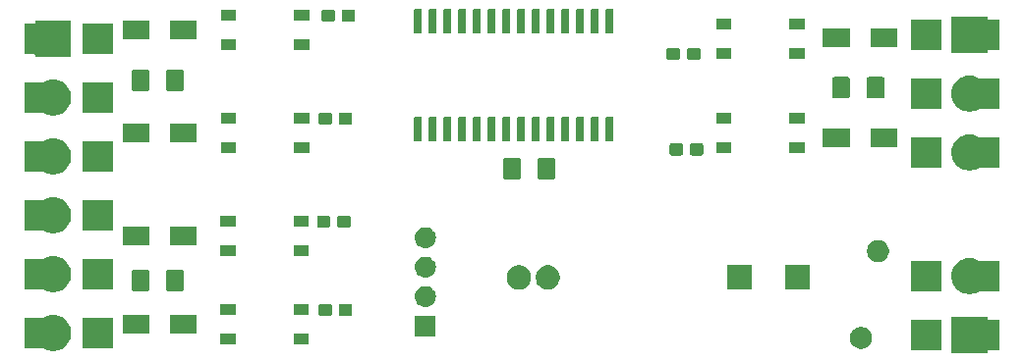
<source format=gbr>
G04 #@! TF.GenerationSoftware,KiCad,Pcbnew,(5.1.2)-2*
G04 #@! TF.CreationDate,2019-12-12T19:32:16+01:00*
G04 #@! TF.ProjectId,KernadouDomoPiloteDin,4b65726e-6164-46f7-9544-6f6d6f50696c,rev?*
G04 #@! TF.SameCoordinates,Original*
G04 #@! TF.FileFunction,Soldermask,Top*
G04 #@! TF.FilePolarity,Negative*
%FSLAX46Y46*%
G04 Gerber Fmt 4.6, Leading zero omitted, Abs format (unit mm)*
G04 Created by KiCad (PCBNEW (5.1.2)-2) date 2019-12-12 19:32:16*
%MOMM*%
%LPD*%
G04 APERTURE LIST*
%ADD10C,0.100000*%
G04 APERTURE END LIST*
D10*
G36*
X204482000Y-115145001D02*
G01*
X204484402Y-115169387D01*
X204491515Y-115192836D01*
X204503066Y-115214447D01*
X204518611Y-115233389D01*
X204537553Y-115248934D01*
X204559164Y-115260485D01*
X204582613Y-115267598D01*
X204606999Y-115270000D01*
X205549000Y-115270000D01*
X205549000Y-117872000D01*
X204606999Y-117872000D01*
X204582613Y-117874402D01*
X204559164Y-117881515D01*
X204537553Y-117893066D01*
X204518611Y-117908611D01*
X204503066Y-117927553D01*
X204491515Y-117949164D01*
X204484402Y-117972613D01*
X204482000Y-117996999D01*
X204482000Y-118122000D01*
X201380000Y-118122000D01*
X201380000Y-115020000D01*
X204482000Y-115020000D01*
X204482000Y-115145001D01*
X204482000Y-115145001D01*
G37*
G36*
X124223143Y-114863000D02*
G01*
X124452410Y-114908604D01*
X124734674Y-115025521D01*
X124988705Y-115195259D01*
X125204741Y-115411295D01*
X125374479Y-115665326D01*
X125491396Y-115947590D01*
X125491396Y-115947591D01*
X125546731Y-116225775D01*
X125551000Y-116247240D01*
X125551000Y-116552760D01*
X125491396Y-116852410D01*
X125374479Y-117134674D01*
X125204741Y-117388705D01*
X124988705Y-117604741D01*
X124734674Y-117774479D01*
X124452410Y-117891396D01*
X124365864Y-117908611D01*
X124152761Y-117951000D01*
X123847239Y-117951000D01*
X123634136Y-117908611D01*
X123547590Y-117891396D01*
X123265326Y-117774479D01*
X123252727Y-117766061D01*
X123231127Y-117754515D01*
X123207678Y-117747402D01*
X123183291Y-117745000D01*
X121573000Y-117745000D01*
X121573000Y-115143000D01*
X123051590Y-115143000D01*
X123075976Y-115140598D01*
X123099425Y-115133485D01*
X123121024Y-115121940D01*
X123265326Y-115025521D01*
X123547590Y-114908604D01*
X123776857Y-114863000D01*
X123847239Y-114849000D01*
X124152761Y-114849000D01*
X124223143Y-114863000D01*
X124223143Y-114863000D01*
G37*
G36*
X200549000Y-117872000D02*
G01*
X197947000Y-117872000D01*
X197947000Y-115270000D01*
X200549000Y-115270000D01*
X200549000Y-117872000D01*
X200549000Y-117872000D01*
G37*
G36*
X193884395Y-115917546D02*
G01*
X194057466Y-115989234D01*
X194057467Y-115989235D01*
X194213227Y-116093310D01*
X194345690Y-116225773D01*
X194398081Y-116304182D01*
X194449766Y-116381534D01*
X194521454Y-116554605D01*
X194558000Y-116738333D01*
X194558000Y-116925667D01*
X194521454Y-117109395D01*
X194449766Y-117282466D01*
X194449765Y-117282467D01*
X194345690Y-117438227D01*
X194213227Y-117570690D01*
X194162267Y-117604740D01*
X194057466Y-117674766D01*
X193884395Y-117746454D01*
X193700667Y-117783000D01*
X193513333Y-117783000D01*
X193329605Y-117746454D01*
X193156534Y-117674766D01*
X193051733Y-117604740D01*
X193000773Y-117570690D01*
X192868310Y-117438227D01*
X192764235Y-117282467D01*
X192764234Y-117282466D01*
X192692546Y-117109395D01*
X192656000Y-116925667D01*
X192656000Y-116738333D01*
X192692546Y-116554605D01*
X192764234Y-116381534D01*
X192815919Y-116304182D01*
X192868310Y-116225773D01*
X193000773Y-116093310D01*
X193156533Y-115989235D01*
X193156534Y-115989234D01*
X193329605Y-115917546D01*
X193513333Y-115881000D01*
X193700667Y-115881000D01*
X193884395Y-115917546D01*
X193884395Y-115917546D01*
G37*
G36*
X129175000Y-117745000D02*
G01*
X126573000Y-117745000D01*
X126573000Y-115143000D01*
X129175000Y-115143000D01*
X129175000Y-117745000D01*
X129175000Y-117745000D01*
G37*
G36*
X146001000Y-117403000D02*
G01*
X144699000Y-117403000D01*
X144699000Y-116501000D01*
X146001000Y-116501000D01*
X146001000Y-117403000D01*
X146001000Y-117403000D01*
G37*
G36*
X139701000Y-117403000D02*
G01*
X138399000Y-117403000D01*
X138399000Y-116501000D01*
X139701000Y-116501000D01*
X139701000Y-117403000D01*
X139701000Y-117403000D01*
G37*
G36*
X156969000Y-116710000D02*
G01*
X155167000Y-116710000D01*
X155167000Y-114908000D01*
X156969000Y-114908000D01*
X156969000Y-116710000D01*
X156969000Y-116710000D01*
G37*
G36*
X136396000Y-116498000D02*
G01*
X134084000Y-116498000D01*
X134084000Y-114866000D01*
X136396000Y-114866000D01*
X136396000Y-116498000D01*
X136396000Y-116498000D01*
G37*
G36*
X132296000Y-116498000D02*
G01*
X129984000Y-116498000D01*
X129984000Y-114866000D01*
X132296000Y-114866000D01*
X132296000Y-116498000D01*
X132296000Y-116498000D01*
G37*
G36*
X147846499Y-113890445D02*
G01*
X147883995Y-113901820D01*
X147918554Y-113920292D01*
X147948847Y-113945153D01*
X147973708Y-113975446D01*
X147992180Y-114010005D01*
X148003555Y-114047501D01*
X148008000Y-114092638D01*
X148008000Y-114731362D01*
X148003555Y-114776499D01*
X147992180Y-114813995D01*
X147973708Y-114848554D01*
X147948847Y-114878847D01*
X147918554Y-114903708D01*
X147883995Y-114922180D01*
X147846499Y-114933555D01*
X147801362Y-114938000D01*
X147062638Y-114938000D01*
X147017501Y-114933555D01*
X146980005Y-114922180D01*
X146945446Y-114903708D01*
X146915153Y-114878847D01*
X146890292Y-114848554D01*
X146871820Y-114813995D01*
X146860445Y-114776499D01*
X146856000Y-114731362D01*
X146856000Y-114092638D01*
X146860445Y-114047501D01*
X146871820Y-114010005D01*
X146890292Y-113975446D01*
X146915153Y-113945153D01*
X146945446Y-113920292D01*
X146980005Y-113901820D01*
X147017501Y-113890445D01*
X147062638Y-113886000D01*
X147801362Y-113886000D01*
X147846499Y-113890445D01*
X147846499Y-113890445D01*
G37*
G36*
X149596499Y-113890445D02*
G01*
X149633995Y-113901820D01*
X149668554Y-113920292D01*
X149698847Y-113945153D01*
X149723708Y-113975446D01*
X149742180Y-114010005D01*
X149753555Y-114047501D01*
X149758000Y-114092638D01*
X149758000Y-114731362D01*
X149753555Y-114776499D01*
X149742180Y-114813995D01*
X149723708Y-114848554D01*
X149698847Y-114878847D01*
X149668554Y-114903708D01*
X149633995Y-114922180D01*
X149596499Y-114933555D01*
X149551362Y-114938000D01*
X148812638Y-114938000D01*
X148767501Y-114933555D01*
X148730005Y-114922180D01*
X148695446Y-114903708D01*
X148665153Y-114878847D01*
X148640292Y-114848554D01*
X148621820Y-114813995D01*
X148610445Y-114776499D01*
X148606000Y-114731362D01*
X148606000Y-114092638D01*
X148610445Y-114047501D01*
X148621820Y-114010005D01*
X148640292Y-113975446D01*
X148665153Y-113945153D01*
X148695446Y-113920292D01*
X148730005Y-113901820D01*
X148767501Y-113890445D01*
X148812638Y-113886000D01*
X149551362Y-113886000D01*
X149596499Y-113890445D01*
X149596499Y-113890445D01*
G37*
G36*
X146001000Y-114863000D02*
G01*
X144699000Y-114863000D01*
X144699000Y-113961000D01*
X146001000Y-113961000D01*
X146001000Y-114863000D01*
X146001000Y-114863000D01*
G37*
G36*
X139701000Y-114863000D02*
G01*
X138399000Y-114863000D01*
X138399000Y-113961000D01*
X139701000Y-113961000D01*
X139701000Y-114863000D01*
X139701000Y-114863000D01*
G37*
G36*
X156178442Y-112374518D02*
G01*
X156244627Y-112381037D01*
X156414466Y-112432557D01*
X156570991Y-112516222D01*
X156581370Y-112524740D01*
X156708186Y-112628814D01*
X156778639Y-112714663D01*
X156820778Y-112766009D01*
X156904443Y-112922534D01*
X156955963Y-113092373D01*
X156973359Y-113269000D01*
X156955963Y-113445627D01*
X156904443Y-113615466D01*
X156820778Y-113771991D01*
X156791448Y-113807729D01*
X156708186Y-113909186D01*
X156606729Y-113992448D01*
X156570991Y-114021778D01*
X156414466Y-114105443D01*
X156244627Y-114156963D01*
X156178443Y-114163481D01*
X156112260Y-114170000D01*
X156023740Y-114170000D01*
X155957557Y-114163481D01*
X155891373Y-114156963D01*
X155721534Y-114105443D01*
X155565009Y-114021778D01*
X155529271Y-113992448D01*
X155427814Y-113909186D01*
X155344552Y-113807729D01*
X155315222Y-113771991D01*
X155231557Y-113615466D01*
X155180037Y-113445627D01*
X155162641Y-113269000D01*
X155180037Y-113092373D01*
X155231557Y-112922534D01*
X155315222Y-112766009D01*
X155357361Y-112714663D01*
X155427814Y-112628814D01*
X155554630Y-112524740D01*
X155565009Y-112516222D01*
X155721534Y-112432557D01*
X155891373Y-112381037D01*
X155957558Y-112374518D01*
X156023740Y-112368000D01*
X156112260Y-112368000D01*
X156178442Y-112374518D01*
X156178442Y-112374518D01*
G37*
G36*
X203233585Y-109969802D02*
G01*
X203383410Y-109999604D01*
X203665674Y-110116521D01*
X203744122Y-110168938D01*
X203765725Y-110180485D01*
X203789174Y-110187598D01*
X203813560Y-110190000D01*
X205549000Y-110190000D01*
X205549000Y-112792000D01*
X203813560Y-112792000D01*
X203789174Y-112794402D01*
X203765725Y-112801515D01*
X203744122Y-112813062D01*
X203665674Y-112865479D01*
X203383410Y-112982396D01*
X203233585Y-113012198D01*
X203083761Y-113042000D01*
X202778239Y-113042000D01*
X202628415Y-113012198D01*
X202478590Y-112982396D01*
X202196326Y-112865479D01*
X201942295Y-112695741D01*
X201726259Y-112479705D01*
X201556521Y-112225674D01*
X201439604Y-111943410D01*
X201380000Y-111643760D01*
X201380000Y-111338240D01*
X201385531Y-111310436D01*
X201439604Y-111038591D01*
X201455122Y-111001127D01*
X201556521Y-110756326D01*
X201726259Y-110502295D01*
X201942295Y-110286259D01*
X202196326Y-110116521D01*
X202478590Y-109999604D01*
X202628415Y-109969802D01*
X202778239Y-109940000D01*
X203083761Y-109940000D01*
X203233585Y-109969802D01*
X203233585Y-109969802D01*
G37*
G36*
X124223143Y-109783000D02*
G01*
X124452410Y-109828604D01*
X124734674Y-109945521D01*
X124988705Y-110115259D01*
X125204741Y-110331295D01*
X125374479Y-110585326D01*
X125491396Y-110867590D01*
X125498962Y-110905627D01*
X125551000Y-111167239D01*
X125551000Y-111472761D01*
X125532564Y-111565443D01*
X125491396Y-111772410D01*
X125374479Y-112054674D01*
X125204741Y-112308705D01*
X124988705Y-112524741D01*
X124734674Y-112694479D01*
X124452410Y-112811396D01*
X124302585Y-112841198D01*
X124152761Y-112871000D01*
X123847239Y-112871000D01*
X123697415Y-112841198D01*
X123547590Y-112811396D01*
X123265326Y-112694479D01*
X123252727Y-112686061D01*
X123231127Y-112674515D01*
X123207678Y-112667402D01*
X123183291Y-112665000D01*
X121573000Y-112665000D01*
X121573000Y-110063000D01*
X123051590Y-110063000D01*
X123075976Y-110060598D01*
X123099425Y-110053485D01*
X123121024Y-110041940D01*
X123265326Y-109945521D01*
X123547590Y-109828604D01*
X123776857Y-109783000D01*
X123847239Y-109769000D01*
X124152761Y-109769000D01*
X124223143Y-109783000D01*
X124223143Y-109783000D01*
G37*
G36*
X132116062Y-110950181D02*
G01*
X132150981Y-110960774D01*
X132183163Y-110977976D01*
X132211373Y-111001127D01*
X132234524Y-111029337D01*
X132251726Y-111061519D01*
X132262319Y-111096438D01*
X132266500Y-111138895D01*
X132266500Y-112605105D01*
X132262319Y-112647562D01*
X132251726Y-112682481D01*
X132234524Y-112714663D01*
X132211373Y-112742873D01*
X132183163Y-112766024D01*
X132150981Y-112783226D01*
X132116062Y-112793819D01*
X132073605Y-112798000D01*
X130932395Y-112798000D01*
X130889938Y-112793819D01*
X130855019Y-112783226D01*
X130822837Y-112766024D01*
X130794627Y-112742873D01*
X130771476Y-112714663D01*
X130754274Y-112682481D01*
X130743681Y-112647562D01*
X130739500Y-112605105D01*
X130739500Y-111138895D01*
X130743681Y-111096438D01*
X130754274Y-111061519D01*
X130771476Y-111029337D01*
X130794627Y-111001127D01*
X130822837Y-110977976D01*
X130855019Y-110960774D01*
X130889938Y-110950181D01*
X130932395Y-110946000D01*
X132073605Y-110946000D01*
X132116062Y-110950181D01*
X132116062Y-110950181D01*
G37*
G36*
X135091062Y-110950181D02*
G01*
X135125981Y-110960774D01*
X135158163Y-110977976D01*
X135186373Y-111001127D01*
X135209524Y-111029337D01*
X135226726Y-111061519D01*
X135237319Y-111096438D01*
X135241500Y-111138895D01*
X135241500Y-112605105D01*
X135237319Y-112647562D01*
X135226726Y-112682481D01*
X135209524Y-112714663D01*
X135186373Y-112742873D01*
X135158163Y-112766024D01*
X135125981Y-112783226D01*
X135091062Y-112793819D01*
X135048605Y-112798000D01*
X133907395Y-112798000D01*
X133864938Y-112793819D01*
X133830019Y-112783226D01*
X133797837Y-112766024D01*
X133769627Y-112742873D01*
X133746476Y-112714663D01*
X133729274Y-112682481D01*
X133718681Y-112647562D01*
X133714500Y-112605105D01*
X133714500Y-111138895D01*
X133718681Y-111096438D01*
X133729274Y-111061519D01*
X133746476Y-111029337D01*
X133769627Y-111001127D01*
X133797837Y-110977976D01*
X133830019Y-110960774D01*
X133864938Y-110950181D01*
X133907395Y-110946000D01*
X135048605Y-110946000D01*
X135091062Y-110950181D01*
X135091062Y-110950181D01*
G37*
G36*
X200549000Y-112792000D02*
G01*
X197947000Y-112792000D01*
X197947000Y-110190000D01*
X200549000Y-110190000D01*
X200549000Y-112792000D01*
X200549000Y-112792000D01*
G37*
G36*
X184171000Y-112668000D02*
G01*
X182069000Y-112668000D01*
X182069000Y-110566000D01*
X184171000Y-110566000D01*
X184171000Y-112668000D01*
X184171000Y-112668000D01*
G37*
G36*
X189171000Y-112668000D02*
G01*
X187069000Y-112668000D01*
X187069000Y-110566000D01*
X189171000Y-110566000D01*
X189171000Y-112668000D01*
X189171000Y-112668000D01*
G37*
G36*
X164426564Y-110606389D02*
G01*
X164617833Y-110685615D01*
X164617835Y-110685616D01*
X164789973Y-110800635D01*
X164936365Y-110947027D01*
X165046180Y-111111376D01*
X165051385Y-111119167D01*
X165130611Y-111310436D01*
X165171000Y-111513484D01*
X165171000Y-111720516D01*
X165130611Y-111923564D01*
X165051385Y-112114833D01*
X165051384Y-112114835D01*
X164936365Y-112286973D01*
X164789973Y-112433365D01*
X164617835Y-112548384D01*
X164617834Y-112548385D01*
X164617833Y-112548385D01*
X164426564Y-112627611D01*
X164223516Y-112668000D01*
X164016484Y-112668000D01*
X163813436Y-112627611D01*
X163622167Y-112548385D01*
X163622166Y-112548385D01*
X163622165Y-112548384D01*
X163450027Y-112433365D01*
X163303635Y-112286973D01*
X163188616Y-112114835D01*
X163188615Y-112114833D01*
X163109389Y-111923564D01*
X163069000Y-111720516D01*
X163069000Y-111513484D01*
X163109389Y-111310436D01*
X163188615Y-111119167D01*
X163193821Y-111111376D01*
X163303635Y-110947027D01*
X163450027Y-110800635D01*
X163622165Y-110685616D01*
X163622167Y-110685615D01*
X163813436Y-110606389D01*
X164016484Y-110566000D01*
X164223516Y-110566000D01*
X164426564Y-110606389D01*
X164426564Y-110606389D01*
G37*
G36*
X166926564Y-110606389D02*
G01*
X167117833Y-110685615D01*
X167117835Y-110685616D01*
X167289973Y-110800635D01*
X167436365Y-110947027D01*
X167546180Y-111111376D01*
X167551385Y-111119167D01*
X167630611Y-111310436D01*
X167671000Y-111513484D01*
X167671000Y-111720516D01*
X167630611Y-111923564D01*
X167551385Y-112114833D01*
X167551384Y-112114835D01*
X167436365Y-112286973D01*
X167289973Y-112433365D01*
X167117835Y-112548384D01*
X167117834Y-112548385D01*
X167117833Y-112548385D01*
X166926564Y-112627611D01*
X166723516Y-112668000D01*
X166516484Y-112668000D01*
X166313436Y-112627611D01*
X166122167Y-112548385D01*
X166122166Y-112548385D01*
X166122165Y-112548384D01*
X165950027Y-112433365D01*
X165803635Y-112286973D01*
X165688616Y-112114835D01*
X165688615Y-112114833D01*
X165609389Y-111923564D01*
X165569000Y-111720516D01*
X165569000Y-111513484D01*
X165609389Y-111310436D01*
X165688615Y-111119167D01*
X165693821Y-111111376D01*
X165803635Y-110947027D01*
X165950027Y-110800635D01*
X166122165Y-110685616D01*
X166122167Y-110685615D01*
X166313436Y-110606389D01*
X166516484Y-110566000D01*
X166723516Y-110566000D01*
X166926564Y-110606389D01*
X166926564Y-110606389D01*
G37*
G36*
X129175000Y-112665000D02*
G01*
X126573000Y-112665000D01*
X126573000Y-110063000D01*
X129175000Y-110063000D01*
X129175000Y-112665000D01*
X129175000Y-112665000D01*
G37*
G36*
X156178442Y-109834518D02*
G01*
X156244627Y-109841037D01*
X156414466Y-109892557D01*
X156570991Y-109976222D01*
X156599482Y-109999604D01*
X156708186Y-110088814D01*
X156778723Y-110174765D01*
X156820778Y-110226009D01*
X156904443Y-110382534D01*
X156955963Y-110552373D01*
X156973359Y-110729000D01*
X156955963Y-110905627D01*
X156904443Y-111075466D01*
X156820778Y-111231991D01*
X156791448Y-111267729D01*
X156708186Y-111369186D01*
X156606729Y-111452448D01*
X156570991Y-111481778D01*
X156414466Y-111565443D01*
X156244627Y-111616963D01*
X156178442Y-111623482D01*
X156112260Y-111630000D01*
X156023740Y-111630000D01*
X155957558Y-111623482D01*
X155891373Y-111616963D01*
X155721534Y-111565443D01*
X155565009Y-111481778D01*
X155529271Y-111452448D01*
X155427814Y-111369186D01*
X155344552Y-111267729D01*
X155315222Y-111231991D01*
X155231557Y-111075466D01*
X155180037Y-110905627D01*
X155162641Y-110729000D01*
X155180037Y-110552373D01*
X155231557Y-110382534D01*
X155315222Y-110226009D01*
X155357277Y-110174765D01*
X155427814Y-110088814D01*
X155536518Y-109999604D01*
X155565009Y-109976222D01*
X155721534Y-109892557D01*
X155891373Y-109841037D01*
X155957558Y-109834518D01*
X156023740Y-109828000D01*
X156112260Y-109828000D01*
X156178442Y-109834518D01*
X156178442Y-109834518D01*
G37*
G36*
X195334395Y-108417546D02*
G01*
X195507466Y-108489234D01*
X195507467Y-108489235D01*
X195663227Y-108593310D01*
X195795690Y-108725773D01*
X195795691Y-108725775D01*
X195899766Y-108881534D01*
X195971454Y-109054605D01*
X196008000Y-109238333D01*
X196008000Y-109425667D01*
X195971454Y-109609395D01*
X195899766Y-109782466D01*
X195860630Y-109841037D01*
X195795690Y-109938227D01*
X195663227Y-110070690D01*
X195636102Y-110088814D01*
X195507466Y-110174766D01*
X195334395Y-110246454D01*
X195150667Y-110283000D01*
X194963333Y-110283000D01*
X194779605Y-110246454D01*
X194606534Y-110174766D01*
X194477898Y-110088814D01*
X194450773Y-110070690D01*
X194318310Y-109938227D01*
X194253370Y-109841037D01*
X194214234Y-109782466D01*
X194142546Y-109609395D01*
X194106000Y-109425667D01*
X194106000Y-109238333D01*
X194142546Y-109054605D01*
X194214234Y-108881534D01*
X194318309Y-108725775D01*
X194318310Y-108725773D01*
X194450773Y-108593310D01*
X194606533Y-108489235D01*
X194606534Y-108489234D01*
X194779605Y-108417546D01*
X194963333Y-108381000D01*
X195150667Y-108381000D01*
X195334395Y-108417546D01*
X195334395Y-108417546D01*
G37*
G36*
X146026000Y-109783000D02*
G01*
X144724000Y-109783000D01*
X144724000Y-108881000D01*
X146026000Y-108881000D01*
X146026000Y-109783000D01*
X146026000Y-109783000D01*
G37*
G36*
X139726000Y-109783000D02*
G01*
X138424000Y-109783000D01*
X138424000Y-108881000D01*
X139726000Y-108881000D01*
X139726000Y-109783000D01*
X139726000Y-109783000D01*
G37*
G36*
X156178443Y-107294519D02*
G01*
X156244627Y-107301037D01*
X156414466Y-107352557D01*
X156570991Y-107436222D01*
X156581370Y-107444740D01*
X156708186Y-107548814D01*
X156791448Y-107650271D01*
X156820778Y-107686009D01*
X156904443Y-107842534D01*
X156955963Y-108012373D01*
X156973359Y-108189000D01*
X156955963Y-108365627D01*
X156940213Y-108417547D01*
X156904442Y-108535468D01*
X156862611Y-108613728D01*
X156820778Y-108691991D01*
X156793054Y-108725773D01*
X156708186Y-108829186D01*
X156606729Y-108912448D01*
X156570991Y-108941778D01*
X156414466Y-109025443D01*
X156244627Y-109076963D01*
X156178442Y-109083482D01*
X156112260Y-109090000D01*
X156023740Y-109090000D01*
X155957558Y-109083482D01*
X155891373Y-109076963D01*
X155721534Y-109025443D01*
X155565009Y-108941778D01*
X155529271Y-108912448D01*
X155427814Y-108829186D01*
X155342946Y-108725773D01*
X155315222Y-108691991D01*
X155273389Y-108613728D01*
X155231558Y-108535468D01*
X155195787Y-108417547D01*
X155180037Y-108365627D01*
X155162641Y-108189000D01*
X155180037Y-108012373D01*
X155231557Y-107842534D01*
X155315222Y-107686009D01*
X155344552Y-107650271D01*
X155427814Y-107548814D01*
X155554630Y-107444740D01*
X155565009Y-107436222D01*
X155721534Y-107352557D01*
X155891373Y-107301037D01*
X155957557Y-107294519D01*
X156023740Y-107288000D01*
X156112260Y-107288000D01*
X156178443Y-107294519D01*
X156178443Y-107294519D01*
G37*
G36*
X136396000Y-108878000D02*
G01*
X134084000Y-108878000D01*
X134084000Y-107246000D01*
X136396000Y-107246000D01*
X136396000Y-108878000D01*
X136396000Y-108878000D01*
G37*
G36*
X132296000Y-108878000D02*
G01*
X129984000Y-108878000D01*
X129984000Y-107246000D01*
X132296000Y-107246000D01*
X132296000Y-108878000D01*
X132296000Y-108878000D01*
G37*
G36*
X124302585Y-104718802D02*
G01*
X124452410Y-104748604D01*
X124734674Y-104865521D01*
X124988705Y-105035259D01*
X125204741Y-105251295D01*
X125374479Y-105505326D01*
X125491396Y-105787590D01*
X125551000Y-106087240D01*
X125551000Y-106392760D01*
X125491396Y-106692410D01*
X125374479Y-106974674D01*
X125204741Y-107228705D01*
X124988705Y-107444741D01*
X124734674Y-107614479D01*
X124452410Y-107731396D01*
X124302585Y-107761198D01*
X124152761Y-107791000D01*
X123847239Y-107791000D01*
X123697415Y-107761198D01*
X123547590Y-107731396D01*
X123265326Y-107614479D01*
X123252727Y-107606061D01*
X123231127Y-107594515D01*
X123207678Y-107587402D01*
X123183291Y-107585000D01*
X121573000Y-107585000D01*
X121573000Y-104983000D01*
X123051590Y-104983000D01*
X123075976Y-104980598D01*
X123099425Y-104973485D01*
X123121024Y-104961940D01*
X123265326Y-104865521D01*
X123547590Y-104748604D01*
X123697415Y-104718802D01*
X123847239Y-104689000D01*
X124152761Y-104689000D01*
X124302585Y-104718802D01*
X124302585Y-104718802D01*
G37*
G36*
X129175000Y-107585000D02*
G01*
X126573000Y-107585000D01*
X126573000Y-104983000D01*
X129175000Y-104983000D01*
X129175000Y-107585000D01*
X129175000Y-107585000D01*
G37*
G36*
X147719499Y-106270445D02*
G01*
X147756995Y-106281820D01*
X147791554Y-106300292D01*
X147821847Y-106325153D01*
X147846708Y-106355446D01*
X147865180Y-106390005D01*
X147876555Y-106427501D01*
X147881000Y-106472638D01*
X147881000Y-107111362D01*
X147876555Y-107156499D01*
X147865180Y-107193995D01*
X147846708Y-107228554D01*
X147821847Y-107258847D01*
X147791554Y-107283708D01*
X147756995Y-107302180D01*
X147719499Y-107313555D01*
X147674362Y-107318000D01*
X146935638Y-107318000D01*
X146890501Y-107313555D01*
X146853005Y-107302180D01*
X146818446Y-107283708D01*
X146788153Y-107258847D01*
X146763292Y-107228554D01*
X146744820Y-107193995D01*
X146733445Y-107156499D01*
X146729000Y-107111362D01*
X146729000Y-106472638D01*
X146733445Y-106427501D01*
X146744820Y-106390005D01*
X146763292Y-106355446D01*
X146788153Y-106325153D01*
X146818446Y-106300292D01*
X146853005Y-106281820D01*
X146890501Y-106270445D01*
X146935638Y-106266000D01*
X147674362Y-106266000D01*
X147719499Y-106270445D01*
X147719499Y-106270445D01*
G37*
G36*
X149469499Y-106270445D02*
G01*
X149506995Y-106281820D01*
X149541554Y-106300292D01*
X149571847Y-106325153D01*
X149596708Y-106355446D01*
X149615180Y-106390005D01*
X149626555Y-106427501D01*
X149631000Y-106472638D01*
X149631000Y-107111362D01*
X149626555Y-107156499D01*
X149615180Y-107193995D01*
X149596708Y-107228554D01*
X149571847Y-107258847D01*
X149541554Y-107283708D01*
X149506995Y-107302180D01*
X149469499Y-107313555D01*
X149424362Y-107318000D01*
X148685638Y-107318000D01*
X148640501Y-107313555D01*
X148603005Y-107302180D01*
X148568446Y-107283708D01*
X148538153Y-107258847D01*
X148513292Y-107228554D01*
X148494820Y-107193995D01*
X148483445Y-107156499D01*
X148479000Y-107111362D01*
X148479000Y-106472638D01*
X148483445Y-106427501D01*
X148494820Y-106390005D01*
X148513292Y-106355446D01*
X148538153Y-106325153D01*
X148568446Y-106300292D01*
X148603005Y-106281820D01*
X148640501Y-106270445D01*
X148685638Y-106266000D01*
X149424362Y-106266000D01*
X149469499Y-106270445D01*
X149469499Y-106270445D01*
G37*
G36*
X139726000Y-107243000D02*
G01*
X138424000Y-107243000D01*
X138424000Y-106341000D01*
X139726000Y-106341000D01*
X139726000Y-107243000D01*
X139726000Y-107243000D01*
G37*
G36*
X146026000Y-107243000D02*
G01*
X144724000Y-107243000D01*
X144724000Y-106341000D01*
X146026000Y-106341000D01*
X146026000Y-107243000D01*
X146026000Y-107243000D01*
G37*
G36*
X167095062Y-101298181D02*
G01*
X167129981Y-101308774D01*
X167162163Y-101325976D01*
X167190373Y-101349127D01*
X167213524Y-101377337D01*
X167230726Y-101409519D01*
X167241319Y-101444438D01*
X167245500Y-101486895D01*
X167245500Y-102953105D01*
X167241319Y-102995562D01*
X167230726Y-103030481D01*
X167213524Y-103062663D01*
X167190373Y-103090873D01*
X167162163Y-103114024D01*
X167129981Y-103131226D01*
X167095062Y-103141819D01*
X167052605Y-103146000D01*
X165911395Y-103146000D01*
X165868938Y-103141819D01*
X165834019Y-103131226D01*
X165801837Y-103114024D01*
X165773627Y-103090873D01*
X165750476Y-103062663D01*
X165733274Y-103030481D01*
X165722681Y-102995562D01*
X165718500Y-102953105D01*
X165718500Y-101486895D01*
X165722681Y-101444438D01*
X165733274Y-101409519D01*
X165750476Y-101377337D01*
X165773627Y-101349127D01*
X165801837Y-101325976D01*
X165834019Y-101308774D01*
X165868938Y-101298181D01*
X165911395Y-101294000D01*
X167052605Y-101294000D01*
X167095062Y-101298181D01*
X167095062Y-101298181D01*
G37*
G36*
X164120062Y-101298181D02*
G01*
X164154981Y-101308774D01*
X164187163Y-101325976D01*
X164215373Y-101349127D01*
X164238524Y-101377337D01*
X164255726Y-101409519D01*
X164266319Y-101444438D01*
X164270500Y-101486895D01*
X164270500Y-102953105D01*
X164266319Y-102995562D01*
X164255726Y-103030481D01*
X164238524Y-103062663D01*
X164215373Y-103090873D01*
X164187163Y-103114024D01*
X164154981Y-103131226D01*
X164120062Y-103141819D01*
X164077605Y-103146000D01*
X162936395Y-103146000D01*
X162893938Y-103141819D01*
X162859019Y-103131226D01*
X162826837Y-103114024D01*
X162798627Y-103090873D01*
X162775476Y-103062663D01*
X162758274Y-103030481D01*
X162747681Y-102995562D01*
X162743500Y-102953105D01*
X162743500Y-101486895D01*
X162747681Y-101444438D01*
X162758274Y-101409519D01*
X162775476Y-101377337D01*
X162798627Y-101349127D01*
X162826837Y-101325976D01*
X162859019Y-101308774D01*
X162893938Y-101298181D01*
X162936395Y-101294000D01*
X164077605Y-101294000D01*
X164120062Y-101298181D01*
X164120062Y-101298181D01*
G37*
G36*
X124302585Y-99638802D02*
G01*
X124452410Y-99668604D01*
X124734674Y-99785521D01*
X124988705Y-99955259D01*
X125204741Y-100171295D01*
X125374479Y-100425326D01*
X125475925Y-100670240D01*
X125491396Y-100707591D01*
X125551000Y-101007239D01*
X125551000Y-101312761D01*
X125531049Y-101413061D01*
X125491396Y-101612410D01*
X125374479Y-101894674D01*
X125204741Y-102148705D01*
X124988705Y-102364741D01*
X124734674Y-102534479D01*
X124452410Y-102651396D01*
X124302585Y-102681198D01*
X124152761Y-102711000D01*
X123847239Y-102711000D01*
X123697415Y-102681198D01*
X123547590Y-102651396D01*
X123265326Y-102534479D01*
X123252727Y-102526061D01*
X123231127Y-102514515D01*
X123207678Y-102507402D01*
X123183291Y-102505000D01*
X121573000Y-102505000D01*
X121573000Y-99903000D01*
X123051590Y-99903000D01*
X123075976Y-99900598D01*
X123099425Y-99893485D01*
X123121024Y-99881940D01*
X123265326Y-99785521D01*
X123547590Y-99668604D01*
X123697415Y-99638802D01*
X123847239Y-99609000D01*
X124152761Y-99609000D01*
X124302585Y-99638802D01*
X124302585Y-99638802D01*
G37*
G36*
X129175000Y-102505000D02*
G01*
X126573000Y-102505000D01*
X126573000Y-99903000D01*
X129175000Y-99903000D01*
X129175000Y-102505000D01*
X129175000Y-102505000D01*
G37*
G36*
X203233585Y-99301802D02*
G01*
X203383410Y-99331604D01*
X203665674Y-99448521D01*
X203744122Y-99500938D01*
X203765725Y-99512485D01*
X203789174Y-99519598D01*
X203813560Y-99522000D01*
X205549000Y-99522000D01*
X205549000Y-102124000D01*
X203813560Y-102124000D01*
X203789174Y-102126402D01*
X203765725Y-102133515D01*
X203744122Y-102145062D01*
X203665674Y-102197479D01*
X203383410Y-102314396D01*
X203233585Y-102344198D01*
X203083761Y-102374000D01*
X202778239Y-102374000D01*
X202628415Y-102344198D01*
X202478590Y-102314396D01*
X202196326Y-102197479D01*
X201942295Y-102027741D01*
X201726259Y-101811705D01*
X201556521Y-101557674D01*
X201439604Y-101275410D01*
X201386262Y-101007240D01*
X201380000Y-100975761D01*
X201380000Y-100670239D01*
X201439604Y-100370591D01*
X201508047Y-100205354D01*
X201556521Y-100088326D01*
X201726259Y-99834295D01*
X201942295Y-99618259D01*
X202196326Y-99448521D01*
X202478590Y-99331604D01*
X202628415Y-99301802D01*
X202778239Y-99272000D01*
X203083761Y-99272000D01*
X203233585Y-99301802D01*
X203233585Y-99301802D01*
G37*
G36*
X200549000Y-102124000D02*
G01*
X197947000Y-102124000D01*
X197947000Y-99522000D01*
X200549000Y-99522000D01*
X200549000Y-102124000D01*
X200549000Y-102124000D01*
G37*
G36*
X179850499Y-100047445D02*
G01*
X179887995Y-100058820D01*
X179922554Y-100077292D01*
X179952847Y-100102153D01*
X179977708Y-100132446D01*
X179996180Y-100167005D01*
X180007555Y-100204501D01*
X180012000Y-100249638D01*
X180012000Y-100888362D01*
X180007555Y-100933499D01*
X179996180Y-100970995D01*
X179977708Y-101005554D01*
X179952847Y-101035847D01*
X179922554Y-101060708D01*
X179887995Y-101079180D01*
X179850499Y-101090555D01*
X179805362Y-101095000D01*
X179066638Y-101095000D01*
X179021501Y-101090555D01*
X178984005Y-101079180D01*
X178949446Y-101060708D01*
X178919153Y-101035847D01*
X178894292Y-101005554D01*
X178875820Y-100970995D01*
X178864445Y-100933499D01*
X178860000Y-100888362D01*
X178860000Y-100249638D01*
X178864445Y-100204501D01*
X178875820Y-100167005D01*
X178894292Y-100132446D01*
X178919153Y-100102153D01*
X178949446Y-100077292D01*
X178984005Y-100058820D01*
X179021501Y-100047445D01*
X179066638Y-100043000D01*
X179805362Y-100043000D01*
X179850499Y-100047445D01*
X179850499Y-100047445D01*
G37*
G36*
X178100499Y-100047445D02*
G01*
X178137995Y-100058820D01*
X178172554Y-100077292D01*
X178202847Y-100102153D01*
X178227708Y-100132446D01*
X178246180Y-100167005D01*
X178257555Y-100204501D01*
X178262000Y-100249638D01*
X178262000Y-100888362D01*
X178257555Y-100933499D01*
X178246180Y-100970995D01*
X178227708Y-101005554D01*
X178202847Y-101035847D01*
X178172554Y-101060708D01*
X178137995Y-101079180D01*
X178100499Y-101090555D01*
X178055362Y-101095000D01*
X177316638Y-101095000D01*
X177271501Y-101090555D01*
X177234005Y-101079180D01*
X177199446Y-101060708D01*
X177169153Y-101035847D01*
X177144292Y-101005554D01*
X177125820Y-100970995D01*
X177114445Y-100933499D01*
X177110000Y-100888362D01*
X177110000Y-100249638D01*
X177114445Y-100204501D01*
X177125820Y-100167005D01*
X177144292Y-100132446D01*
X177169153Y-100102153D01*
X177199446Y-100077292D01*
X177234005Y-100058820D01*
X177271501Y-100047445D01*
X177316638Y-100043000D01*
X178055362Y-100043000D01*
X178100499Y-100047445D01*
X178100499Y-100047445D01*
G37*
G36*
X146051000Y-100893000D02*
G01*
X144749000Y-100893000D01*
X144749000Y-99991000D01*
X146051000Y-99991000D01*
X146051000Y-100893000D01*
X146051000Y-100893000D01*
G37*
G36*
X182423000Y-100893000D02*
G01*
X181121000Y-100893000D01*
X181121000Y-99991000D01*
X182423000Y-99991000D01*
X182423000Y-100893000D01*
X182423000Y-100893000D01*
G37*
G36*
X188723000Y-100893000D02*
G01*
X187421000Y-100893000D01*
X187421000Y-99991000D01*
X188723000Y-99991000D01*
X188723000Y-100893000D01*
X188723000Y-100893000D01*
G37*
G36*
X139751000Y-100893000D02*
G01*
X138449000Y-100893000D01*
X138449000Y-99991000D01*
X139751000Y-99991000D01*
X139751000Y-100893000D01*
X139751000Y-100893000D01*
G37*
G36*
X196721000Y-100369000D02*
G01*
X194409000Y-100369000D01*
X194409000Y-98737000D01*
X196721000Y-98737000D01*
X196721000Y-100369000D01*
X196721000Y-100369000D01*
G37*
G36*
X192621000Y-100369000D02*
G01*
X190309000Y-100369000D01*
X190309000Y-98737000D01*
X192621000Y-98737000D01*
X192621000Y-100369000D01*
X192621000Y-100369000D01*
G37*
G36*
X132296000Y-99988000D02*
G01*
X129984000Y-99988000D01*
X129984000Y-98356000D01*
X132296000Y-98356000D01*
X132296000Y-99988000D01*
X132296000Y-99988000D01*
G37*
G36*
X136396000Y-99988000D02*
G01*
X134084000Y-99988000D01*
X134084000Y-98356000D01*
X136396000Y-98356000D01*
X136396000Y-99988000D01*
X136396000Y-99988000D01*
G37*
G36*
X155692928Y-97746764D02*
G01*
X155714009Y-97753160D01*
X155733445Y-97763548D01*
X155750476Y-97777524D01*
X155764452Y-97794555D01*
X155774840Y-97813991D01*
X155781236Y-97835072D01*
X155784000Y-97863140D01*
X155784000Y-99776860D01*
X155781236Y-99804928D01*
X155774840Y-99826009D01*
X155764452Y-99845445D01*
X155750476Y-99862476D01*
X155733445Y-99876452D01*
X155714009Y-99886840D01*
X155692928Y-99893236D01*
X155664860Y-99896000D01*
X155201140Y-99896000D01*
X155173072Y-99893236D01*
X155151991Y-99886840D01*
X155132555Y-99876452D01*
X155115524Y-99862476D01*
X155101548Y-99845445D01*
X155091160Y-99826009D01*
X155084764Y-99804928D01*
X155082000Y-99776860D01*
X155082000Y-97863140D01*
X155084764Y-97835072D01*
X155091160Y-97813991D01*
X155101548Y-97794555D01*
X155115524Y-97777524D01*
X155132555Y-97763548D01*
X155151991Y-97753160D01*
X155173072Y-97746764D01*
X155201140Y-97744000D01*
X155664860Y-97744000D01*
X155692928Y-97746764D01*
X155692928Y-97746764D01*
G37*
G36*
X156962928Y-97746764D02*
G01*
X156984009Y-97753160D01*
X157003445Y-97763548D01*
X157020476Y-97777524D01*
X157034452Y-97794555D01*
X157044840Y-97813991D01*
X157051236Y-97835072D01*
X157054000Y-97863140D01*
X157054000Y-99776860D01*
X157051236Y-99804928D01*
X157044840Y-99826009D01*
X157034452Y-99845445D01*
X157020476Y-99862476D01*
X157003445Y-99876452D01*
X156984009Y-99886840D01*
X156962928Y-99893236D01*
X156934860Y-99896000D01*
X156471140Y-99896000D01*
X156443072Y-99893236D01*
X156421991Y-99886840D01*
X156402555Y-99876452D01*
X156385524Y-99862476D01*
X156371548Y-99845445D01*
X156361160Y-99826009D01*
X156354764Y-99804928D01*
X156352000Y-99776860D01*
X156352000Y-97863140D01*
X156354764Y-97835072D01*
X156361160Y-97813991D01*
X156371548Y-97794555D01*
X156385524Y-97777524D01*
X156402555Y-97763548D01*
X156421991Y-97753160D01*
X156443072Y-97746764D01*
X156471140Y-97744000D01*
X156934860Y-97744000D01*
X156962928Y-97746764D01*
X156962928Y-97746764D01*
G37*
G36*
X172202928Y-97746764D02*
G01*
X172224009Y-97753160D01*
X172243445Y-97763548D01*
X172260476Y-97777524D01*
X172274452Y-97794555D01*
X172284840Y-97813991D01*
X172291236Y-97835072D01*
X172294000Y-97863140D01*
X172294000Y-99776860D01*
X172291236Y-99804928D01*
X172284840Y-99826009D01*
X172274452Y-99845445D01*
X172260476Y-99862476D01*
X172243445Y-99876452D01*
X172224009Y-99886840D01*
X172202928Y-99893236D01*
X172174860Y-99896000D01*
X171711140Y-99896000D01*
X171683072Y-99893236D01*
X171661991Y-99886840D01*
X171642555Y-99876452D01*
X171625524Y-99862476D01*
X171611548Y-99845445D01*
X171601160Y-99826009D01*
X171594764Y-99804928D01*
X171592000Y-99776860D01*
X171592000Y-97863140D01*
X171594764Y-97835072D01*
X171601160Y-97813991D01*
X171611548Y-97794555D01*
X171625524Y-97777524D01*
X171642555Y-97763548D01*
X171661991Y-97753160D01*
X171683072Y-97746764D01*
X171711140Y-97744000D01*
X172174860Y-97744000D01*
X172202928Y-97746764D01*
X172202928Y-97746764D01*
G37*
G36*
X170932928Y-97746764D02*
G01*
X170954009Y-97753160D01*
X170973445Y-97763548D01*
X170990476Y-97777524D01*
X171004452Y-97794555D01*
X171014840Y-97813991D01*
X171021236Y-97835072D01*
X171024000Y-97863140D01*
X171024000Y-99776860D01*
X171021236Y-99804928D01*
X171014840Y-99826009D01*
X171004452Y-99845445D01*
X170990476Y-99862476D01*
X170973445Y-99876452D01*
X170954009Y-99886840D01*
X170932928Y-99893236D01*
X170904860Y-99896000D01*
X170441140Y-99896000D01*
X170413072Y-99893236D01*
X170391991Y-99886840D01*
X170372555Y-99876452D01*
X170355524Y-99862476D01*
X170341548Y-99845445D01*
X170331160Y-99826009D01*
X170324764Y-99804928D01*
X170322000Y-99776860D01*
X170322000Y-97863140D01*
X170324764Y-97835072D01*
X170331160Y-97813991D01*
X170341548Y-97794555D01*
X170355524Y-97777524D01*
X170372555Y-97763548D01*
X170391991Y-97753160D01*
X170413072Y-97746764D01*
X170441140Y-97744000D01*
X170904860Y-97744000D01*
X170932928Y-97746764D01*
X170932928Y-97746764D01*
G37*
G36*
X162042928Y-97746764D02*
G01*
X162064009Y-97753160D01*
X162083445Y-97763548D01*
X162100476Y-97777524D01*
X162114452Y-97794555D01*
X162124840Y-97813991D01*
X162131236Y-97835072D01*
X162134000Y-97863140D01*
X162134000Y-99776860D01*
X162131236Y-99804928D01*
X162124840Y-99826009D01*
X162114452Y-99845445D01*
X162100476Y-99862476D01*
X162083445Y-99876452D01*
X162064009Y-99886840D01*
X162042928Y-99893236D01*
X162014860Y-99896000D01*
X161551140Y-99896000D01*
X161523072Y-99893236D01*
X161501991Y-99886840D01*
X161482555Y-99876452D01*
X161465524Y-99862476D01*
X161451548Y-99845445D01*
X161441160Y-99826009D01*
X161434764Y-99804928D01*
X161432000Y-99776860D01*
X161432000Y-97863140D01*
X161434764Y-97835072D01*
X161441160Y-97813991D01*
X161451548Y-97794555D01*
X161465524Y-97777524D01*
X161482555Y-97763548D01*
X161501991Y-97753160D01*
X161523072Y-97746764D01*
X161551140Y-97744000D01*
X162014860Y-97744000D01*
X162042928Y-97746764D01*
X162042928Y-97746764D01*
G37*
G36*
X169662928Y-97746764D02*
G01*
X169684009Y-97753160D01*
X169703445Y-97763548D01*
X169720476Y-97777524D01*
X169734452Y-97794555D01*
X169744840Y-97813991D01*
X169751236Y-97835072D01*
X169754000Y-97863140D01*
X169754000Y-99776860D01*
X169751236Y-99804928D01*
X169744840Y-99826009D01*
X169734452Y-99845445D01*
X169720476Y-99862476D01*
X169703445Y-99876452D01*
X169684009Y-99886840D01*
X169662928Y-99893236D01*
X169634860Y-99896000D01*
X169171140Y-99896000D01*
X169143072Y-99893236D01*
X169121991Y-99886840D01*
X169102555Y-99876452D01*
X169085524Y-99862476D01*
X169071548Y-99845445D01*
X169061160Y-99826009D01*
X169054764Y-99804928D01*
X169052000Y-99776860D01*
X169052000Y-97863140D01*
X169054764Y-97835072D01*
X169061160Y-97813991D01*
X169071548Y-97794555D01*
X169085524Y-97777524D01*
X169102555Y-97763548D01*
X169121991Y-97753160D01*
X169143072Y-97746764D01*
X169171140Y-97744000D01*
X169634860Y-97744000D01*
X169662928Y-97746764D01*
X169662928Y-97746764D01*
G37*
G36*
X167122928Y-97746764D02*
G01*
X167144009Y-97753160D01*
X167163445Y-97763548D01*
X167180476Y-97777524D01*
X167194452Y-97794555D01*
X167204840Y-97813991D01*
X167211236Y-97835072D01*
X167214000Y-97863140D01*
X167214000Y-99776860D01*
X167211236Y-99804928D01*
X167204840Y-99826009D01*
X167194452Y-99845445D01*
X167180476Y-99862476D01*
X167163445Y-99876452D01*
X167144009Y-99886840D01*
X167122928Y-99893236D01*
X167094860Y-99896000D01*
X166631140Y-99896000D01*
X166603072Y-99893236D01*
X166581991Y-99886840D01*
X166562555Y-99876452D01*
X166545524Y-99862476D01*
X166531548Y-99845445D01*
X166521160Y-99826009D01*
X166514764Y-99804928D01*
X166512000Y-99776860D01*
X166512000Y-97863140D01*
X166514764Y-97835072D01*
X166521160Y-97813991D01*
X166531548Y-97794555D01*
X166545524Y-97777524D01*
X166562555Y-97763548D01*
X166581991Y-97753160D01*
X166603072Y-97746764D01*
X166631140Y-97744000D01*
X167094860Y-97744000D01*
X167122928Y-97746764D01*
X167122928Y-97746764D01*
G37*
G36*
X164582928Y-97746764D02*
G01*
X164604009Y-97753160D01*
X164623445Y-97763548D01*
X164640476Y-97777524D01*
X164654452Y-97794555D01*
X164664840Y-97813991D01*
X164671236Y-97835072D01*
X164674000Y-97863140D01*
X164674000Y-99776860D01*
X164671236Y-99804928D01*
X164664840Y-99826009D01*
X164654452Y-99845445D01*
X164640476Y-99862476D01*
X164623445Y-99876452D01*
X164604009Y-99886840D01*
X164582928Y-99893236D01*
X164554860Y-99896000D01*
X164091140Y-99896000D01*
X164063072Y-99893236D01*
X164041991Y-99886840D01*
X164022555Y-99876452D01*
X164005524Y-99862476D01*
X163991548Y-99845445D01*
X163981160Y-99826009D01*
X163974764Y-99804928D01*
X163972000Y-99776860D01*
X163972000Y-97863140D01*
X163974764Y-97835072D01*
X163981160Y-97813991D01*
X163991548Y-97794555D01*
X164005524Y-97777524D01*
X164022555Y-97763548D01*
X164041991Y-97753160D01*
X164063072Y-97746764D01*
X164091140Y-97744000D01*
X164554860Y-97744000D01*
X164582928Y-97746764D01*
X164582928Y-97746764D01*
G37*
G36*
X165852928Y-97746764D02*
G01*
X165874009Y-97753160D01*
X165893445Y-97763548D01*
X165910476Y-97777524D01*
X165924452Y-97794555D01*
X165934840Y-97813991D01*
X165941236Y-97835072D01*
X165944000Y-97863140D01*
X165944000Y-99776860D01*
X165941236Y-99804928D01*
X165934840Y-99826009D01*
X165924452Y-99845445D01*
X165910476Y-99862476D01*
X165893445Y-99876452D01*
X165874009Y-99886840D01*
X165852928Y-99893236D01*
X165824860Y-99896000D01*
X165361140Y-99896000D01*
X165333072Y-99893236D01*
X165311991Y-99886840D01*
X165292555Y-99876452D01*
X165275524Y-99862476D01*
X165261548Y-99845445D01*
X165251160Y-99826009D01*
X165244764Y-99804928D01*
X165242000Y-99776860D01*
X165242000Y-97863140D01*
X165244764Y-97835072D01*
X165251160Y-97813991D01*
X165261548Y-97794555D01*
X165275524Y-97777524D01*
X165292555Y-97763548D01*
X165311991Y-97753160D01*
X165333072Y-97746764D01*
X165361140Y-97744000D01*
X165824860Y-97744000D01*
X165852928Y-97746764D01*
X165852928Y-97746764D01*
G37*
G36*
X158232928Y-97746764D02*
G01*
X158254009Y-97753160D01*
X158273445Y-97763548D01*
X158290476Y-97777524D01*
X158304452Y-97794555D01*
X158314840Y-97813991D01*
X158321236Y-97835072D01*
X158324000Y-97863140D01*
X158324000Y-99776860D01*
X158321236Y-99804928D01*
X158314840Y-99826009D01*
X158304452Y-99845445D01*
X158290476Y-99862476D01*
X158273445Y-99876452D01*
X158254009Y-99886840D01*
X158232928Y-99893236D01*
X158204860Y-99896000D01*
X157741140Y-99896000D01*
X157713072Y-99893236D01*
X157691991Y-99886840D01*
X157672555Y-99876452D01*
X157655524Y-99862476D01*
X157641548Y-99845445D01*
X157631160Y-99826009D01*
X157624764Y-99804928D01*
X157622000Y-99776860D01*
X157622000Y-97863140D01*
X157624764Y-97835072D01*
X157631160Y-97813991D01*
X157641548Y-97794555D01*
X157655524Y-97777524D01*
X157672555Y-97763548D01*
X157691991Y-97753160D01*
X157713072Y-97746764D01*
X157741140Y-97744000D01*
X158204860Y-97744000D01*
X158232928Y-97746764D01*
X158232928Y-97746764D01*
G37*
G36*
X168392928Y-97746764D02*
G01*
X168414009Y-97753160D01*
X168433445Y-97763548D01*
X168450476Y-97777524D01*
X168464452Y-97794555D01*
X168474840Y-97813991D01*
X168481236Y-97835072D01*
X168484000Y-97863140D01*
X168484000Y-99776860D01*
X168481236Y-99804928D01*
X168474840Y-99826009D01*
X168464452Y-99845445D01*
X168450476Y-99862476D01*
X168433445Y-99876452D01*
X168414009Y-99886840D01*
X168392928Y-99893236D01*
X168364860Y-99896000D01*
X167901140Y-99896000D01*
X167873072Y-99893236D01*
X167851991Y-99886840D01*
X167832555Y-99876452D01*
X167815524Y-99862476D01*
X167801548Y-99845445D01*
X167791160Y-99826009D01*
X167784764Y-99804928D01*
X167782000Y-99776860D01*
X167782000Y-97863140D01*
X167784764Y-97835072D01*
X167791160Y-97813991D01*
X167801548Y-97794555D01*
X167815524Y-97777524D01*
X167832555Y-97763548D01*
X167851991Y-97753160D01*
X167873072Y-97746764D01*
X167901140Y-97744000D01*
X168364860Y-97744000D01*
X168392928Y-97746764D01*
X168392928Y-97746764D01*
G37*
G36*
X160772928Y-97746764D02*
G01*
X160794009Y-97753160D01*
X160813445Y-97763548D01*
X160830476Y-97777524D01*
X160844452Y-97794555D01*
X160854840Y-97813991D01*
X160861236Y-97835072D01*
X160864000Y-97863140D01*
X160864000Y-99776860D01*
X160861236Y-99804928D01*
X160854840Y-99826009D01*
X160844452Y-99845445D01*
X160830476Y-99862476D01*
X160813445Y-99876452D01*
X160794009Y-99886840D01*
X160772928Y-99893236D01*
X160744860Y-99896000D01*
X160281140Y-99896000D01*
X160253072Y-99893236D01*
X160231991Y-99886840D01*
X160212555Y-99876452D01*
X160195524Y-99862476D01*
X160181548Y-99845445D01*
X160171160Y-99826009D01*
X160164764Y-99804928D01*
X160162000Y-99776860D01*
X160162000Y-97863140D01*
X160164764Y-97835072D01*
X160171160Y-97813991D01*
X160181548Y-97794555D01*
X160195524Y-97777524D01*
X160212555Y-97763548D01*
X160231991Y-97753160D01*
X160253072Y-97746764D01*
X160281140Y-97744000D01*
X160744860Y-97744000D01*
X160772928Y-97746764D01*
X160772928Y-97746764D01*
G37*
G36*
X163312928Y-97746764D02*
G01*
X163334009Y-97753160D01*
X163353445Y-97763548D01*
X163370476Y-97777524D01*
X163384452Y-97794555D01*
X163394840Y-97813991D01*
X163401236Y-97835072D01*
X163404000Y-97863140D01*
X163404000Y-99776860D01*
X163401236Y-99804928D01*
X163394840Y-99826009D01*
X163384452Y-99845445D01*
X163370476Y-99862476D01*
X163353445Y-99876452D01*
X163334009Y-99886840D01*
X163312928Y-99893236D01*
X163284860Y-99896000D01*
X162821140Y-99896000D01*
X162793072Y-99893236D01*
X162771991Y-99886840D01*
X162752555Y-99876452D01*
X162735524Y-99862476D01*
X162721548Y-99845445D01*
X162711160Y-99826009D01*
X162704764Y-99804928D01*
X162702000Y-99776860D01*
X162702000Y-97863140D01*
X162704764Y-97835072D01*
X162711160Y-97813991D01*
X162721548Y-97794555D01*
X162735524Y-97777524D01*
X162752555Y-97763548D01*
X162771991Y-97753160D01*
X162793072Y-97746764D01*
X162821140Y-97744000D01*
X163284860Y-97744000D01*
X163312928Y-97746764D01*
X163312928Y-97746764D01*
G37*
G36*
X159502928Y-97746764D02*
G01*
X159524009Y-97753160D01*
X159543445Y-97763548D01*
X159560476Y-97777524D01*
X159574452Y-97794555D01*
X159584840Y-97813991D01*
X159591236Y-97835072D01*
X159594000Y-97863140D01*
X159594000Y-99776860D01*
X159591236Y-99804928D01*
X159584840Y-99826009D01*
X159574452Y-99845445D01*
X159560476Y-99862476D01*
X159543445Y-99876452D01*
X159524009Y-99886840D01*
X159502928Y-99893236D01*
X159474860Y-99896000D01*
X159011140Y-99896000D01*
X158983072Y-99893236D01*
X158961991Y-99886840D01*
X158942555Y-99876452D01*
X158925524Y-99862476D01*
X158911548Y-99845445D01*
X158901160Y-99826009D01*
X158894764Y-99804928D01*
X158892000Y-99776860D01*
X158892000Y-97863140D01*
X158894764Y-97835072D01*
X158901160Y-97813991D01*
X158911548Y-97794555D01*
X158925524Y-97777524D01*
X158942555Y-97763548D01*
X158961991Y-97753160D01*
X158983072Y-97746764D01*
X159011140Y-97744000D01*
X159474860Y-97744000D01*
X159502928Y-97746764D01*
X159502928Y-97746764D01*
G37*
G36*
X147846499Y-97380445D02*
G01*
X147883995Y-97391820D01*
X147918554Y-97410292D01*
X147948847Y-97435153D01*
X147973708Y-97465446D01*
X147992180Y-97500005D01*
X148003555Y-97537501D01*
X148008000Y-97582638D01*
X148008000Y-98221362D01*
X148003555Y-98266499D01*
X147992180Y-98303995D01*
X147973708Y-98338554D01*
X147948847Y-98368847D01*
X147918554Y-98393708D01*
X147883995Y-98412180D01*
X147846499Y-98423555D01*
X147801362Y-98428000D01*
X147062638Y-98428000D01*
X147017501Y-98423555D01*
X146980005Y-98412180D01*
X146945446Y-98393708D01*
X146915153Y-98368847D01*
X146890292Y-98338554D01*
X146871820Y-98303995D01*
X146860445Y-98266499D01*
X146856000Y-98221362D01*
X146856000Y-97582638D01*
X146860445Y-97537501D01*
X146871820Y-97500005D01*
X146890292Y-97465446D01*
X146915153Y-97435153D01*
X146945446Y-97410292D01*
X146980005Y-97391820D01*
X147017501Y-97380445D01*
X147062638Y-97376000D01*
X147801362Y-97376000D01*
X147846499Y-97380445D01*
X147846499Y-97380445D01*
G37*
G36*
X149596499Y-97380445D02*
G01*
X149633995Y-97391820D01*
X149668554Y-97410292D01*
X149698847Y-97435153D01*
X149723708Y-97465446D01*
X149742180Y-97500005D01*
X149753555Y-97537501D01*
X149758000Y-97582638D01*
X149758000Y-98221362D01*
X149753555Y-98266499D01*
X149742180Y-98303995D01*
X149723708Y-98338554D01*
X149698847Y-98368847D01*
X149668554Y-98393708D01*
X149633995Y-98412180D01*
X149596499Y-98423555D01*
X149551362Y-98428000D01*
X148812638Y-98428000D01*
X148767501Y-98423555D01*
X148730005Y-98412180D01*
X148695446Y-98393708D01*
X148665153Y-98368847D01*
X148640292Y-98338554D01*
X148621820Y-98303995D01*
X148610445Y-98266499D01*
X148606000Y-98221362D01*
X148606000Y-97582638D01*
X148610445Y-97537501D01*
X148621820Y-97500005D01*
X148640292Y-97465446D01*
X148665153Y-97435153D01*
X148695446Y-97410292D01*
X148730005Y-97391820D01*
X148767501Y-97380445D01*
X148812638Y-97376000D01*
X149551362Y-97376000D01*
X149596499Y-97380445D01*
X149596499Y-97380445D01*
G37*
G36*
X188723000Y-98353000D02*
G01*
X187421000Y-98353000D01*
X187421000Y-97451000D01*
X188723000Y-97451000D01*
X188723000Y-98353000D01*
X188723000Y-98353000D01*
G37*
G36*
X146051000Y-98353000D02*
G01*
X144749000Y-98353000D01*
X144749000Y-97451000D01*
X146051000Y-97451000D01*
X146051000Y-98353000D01*
X146051000Y-98353000D01*
G37*
G36*
X139751000Y-98353000D02*
G01*
X138449000Y-98353000D01*
X138449000Y-97451000D01*
X139751000Y-97451000D01*
X139751000Y-98353000D01*
X139751000Y-98353000D01*
G37*
G36*
X182423000Y-98353000D02*
G01*
X181121000Y-98353000D01*
X181121000Y-97451000D01*
X182423000Y-97451000D01*
X182423000Y-98353000D01*
X182423000Y-98353000D01*
G37*
G36*
X124302585Y-94558802D02*
G01*
X124452410Y-94588604D01*
X124734674Y-94705521D01*
X124988705Y-94875259D01*
X125204741Y-95091295D01*
X125374479Y-95345326D01*
X125475925Y-95590240D01*
X125491396Y-95627591D01*
X125544739Y-95895761D01*
X125551000Y-95927240D01*
X125551000Y-96232760D01*
X125491396Y-96532410D01*
X125374479Y-96814674D01*
X125204741Y-97068705D01*
X124988705Y-97284741D01*
X124734674Y-97454479D01*
X124452410Y-97571396D01*
X124370489Y-97587691D01*
X124152761Y-97631000D01*
X123847239Y-97631000D01*
X123629511Y-97587691D01*
X123547590Y-97571396D01*
X123265326Y-97454479D01*
X123252727Y-97446061D01*
X123231127Y-97434515D01*
X123207678Y-97427402D01*
X123183291Y-97425000D01*
X121573000Y-97425000D01*
X121573000Y-94823000D01*
X123051590Y-94823000D01*
X123075976Y-94820598D01*
X123099425Y-94813485D01*
X123121024Y-94801940D01*
X123265326Y-94705521D01*
X123547590Y-94588604D01*
X123697415Y-94558802D01*
X123847239Y-94529000D01*
X124152761Y-94529000D01*
X124302585Y-94558802D01*
X124302585Y-94558802D01*
G37*
G36*
X129175000Y-97425000D02*
G01*
X126573000Y-97425000D01*
X126573000Y-94823000D01*
X129175000Y-94823000D01*
X129175000Y-97425000D01*
X129175000Y-97425000D01*
G37*
G36*
X203233585Y-94221802D02*
G01*
X203383410Y-94251604D01*
X203665674Y-94368521D01*
X203744122Y-94420938D01*
X203765725Y-94432485D01*
X203789174Y-94439598D01*
X203813560Y-94442000D01*
X205549000Y-94442000D01*
X205549000Y-97044000D01*
X203813560Y-97044000D01*
X203789174Y-97046402D01*
X203765725Y-97053515D01*
X203744122Y-97065062D01*
X203665674Y-97117479D01*
X203383410Y-97234396D01*
X203233585Y-97264198D01*
X203083761Y-97294000D01*
X202778239Y-97294000D01*
X202628415Y-97264198D01*
X202478590Y-97234396D01*
X202196326Y-97117479D01*
X201942295Y-96947741D01*
X201726259Y-96731705D01*
X201556521Y-96477674D01*
X201439604Y-96195410D01*
X201409077Y-96041939D01*
X201380000Y-95895761D01*
X201380000Y-95590239D01*
X201439604Y-95290591D01*
X201453060Y-95258105D01*
X201556521Y-95008326D01*
X201726259Y-94754295D01*
X201942295Y-94538259D01*
X202196326Y-94368521D01*
X202478590Y-94251604D01*
X202628415Y-94221802D01*
X202778239Y-94192000D01*
X203083761Y-94192000D01*
X203233585Y-94221802D01*
X203233585Y-94221802D01*
G37*
G36*
X200549000Y-97044000D02*
G01*
X197947000Y-97044000D01*
X197947000Y-94442000D01*
X200549000Y-94442000D01*
X200549000Y-97044000D01*
X200549000Y-97044000D01*
G37*
G36*
X192495062Y-94313181D02*
G01*
X192529981Y-94323774D01*
X192562163Y-94340976D01*
X192590373Y-94364127D01*
X192613524Y-94392337D01*
X192630726Y-94424519D01*
X192641319Y-94459438D01*
X192645500Y-94501895D01*
X192645500Y-95968105D01*
X192641319Y-96010562D01*
X192630726Y-96045481D01*
X192613524Y-96077663D01*
X192590373Y-96105873D01*
X192562163Y-96129024D01*
X192529981Y-96146226D01*
X192495062Y-96156819D01*
X192452605Y-96161000D01*
X191311395Y-96161000D01*
X191268938Y-96156819D01*
X191234019Y-96146226D01*
X191201837Y-96129024D01*
X191173627Y-96105873D01*
X191150476Y-96077663D01*
X191133274Y-96045481D01*
X191122681Y-96010562D01*
X191118500Y-95968105D01*
X191118500Y-94501895D01*
X191122681Y-94459438D01*
X191133274Y-94424519D01*
X191150476Y-94392337D01*
X191173627Y-94364127D01*
X191201837Y-94340976D01*
X191234019Y-94323774D01*
X191268938Y-94313181D01*
X191311395Y-94309000D01*
X192452605Y-94309000D01*
X192495062Y-94313181D01*
X192495062Y-94313181D01*
G37*
G36*
X195470062Y-94313181D02*
G01*
X195504981Y-94323774D01*
X195537163Y-94340976D01*
X195565373Y-94364127D01*
X195588524Y-94392337D01*
X195605726Y-94424519D01*
X195616319Y-94459438D01*
X195620500Y-94501895D01*
X195620500Y-95968105D01*
X195616319Y-96010562D01*
X195605726Y-96045481D01*
X195588524Y-96077663D01*
X195565373Y-96105873D01*
X195537163Y-96129024D01*
X195504981Y-96146226D01*
X195470062Y-96156819D01*
X195427605Y-96161000D01*
X194286395Y-96161000D01*
X194243938Y-96156819D01*
X194209019Y-96146226D01*
X194176837Y-96129024D01*
X194148627Y-96105873D01*
X194125476Y-96077663D01*
X194108274Y-96045481D01*
X194097681Y-96010562D01*
X194093500Y-95968105D01*
X194093500Y-94501895D01*
X194097681Y-94459438D01*
X194108274Y-94424519D01*
X194125476Y-94392337D01*
X194148627Y-94364127D01*
X194176837Y-94340976D01*
X194209019Y-94323774D01*
X194243938Y-94313181D01*
X194286395Y-94309000D01*
X195427605Y-94309000D01*
X195470062Y-94313181D01*
X195470062Y-94313181D01*
G37*
G36*
X132116062Y-93678181D02*
G01*
X132150981Y-93688774D01*
X132183163Y-93705976D01*
X132211373Y-93729127D01*
X132234524Y-93757337D01*
X132251726Y-93789519D01*
X132262319Y-93824438D01*
X132266500Y-93866895D01*
X132266500Y-95333105D01*
X132262319Y-95375562D01*
X132251726Y-95410481D01*
X132234524Y-95442663D01*
X132211373Y-95470873D01*
X132183163Y-95494024D01*
X132150981Y-95511226D01*
X132116062Y-95521819D01*
X132073605Y-95526000D01*
X130932395Y-95526000D01*
X130889938Y-95521819D01*
X130855019Y-95511226D01*
X130822837Y-95494024D01*
X130794627Y-95470873D01*
X130771476Y-95442663D01*
X130754274Y-95410481D01*
X130743681Y-95375562D01*
X130739500Y-95333105D01*
X130739500Y-93866895D01*
X130743681Y-93824438D01*
X130754274Y-93789519D01*
X130771476Y-93757337D01*
X130794627Y-93729127D01*
X130822837Y-93705976D01*
X130855019Y-93688774D01*
X130889938Y-93678181D01*
X130932395Y-93674000D01*
X132073605Y-93674000D01*
X132116062Y-93678181D01*
X132116062Y-93678181D01*
G37*
G36*
X135091062Y-93678181D02*
G01*
X135125981Y-93688774D01*
X135158163Y-93705976D01*
X135186373Y-93729127D01*
X135209524Y-93757337D01*
X135226726Y-93789519D01*
X135237319Y-93824438D01*
X135241500Y-93866895D01*
X135241500Y-95333105D01*
X135237319Y-95375562D01*
X135226726Y-95410481D01*
X135209524Y-95442663D01*
X135186373Y-95470873D01*
X135158163Y-95494024D01*
X135125981Y-95511226D01*
X135091062Y-95521819D01*
X135048605Y-95526000D01*
X133907395Y-95526000D01*
X133864938Y-95521819D01*
X133830019Y-95511226D01*
X133797837Y-95494024D01*
X133769627Y-95470873D01*
X133746476Y-95442663D01*
X133729274Y-95410481D01*
X133718681Y-95375562D01*
X133714500Y-95333105D01*
X133714500Y-93866895D01*
X133718681Y-93824438D01*
X133729274Y-93789519D01*
X133746476Y-93757337D01*
X133769627Y-93729127D01*
X133797837Y-93705976D01*
X133830019Y-93688774D01*
X133864938Y-93678181D01*
X133907395Y-93674000D01*
X135048605Y-93674000D01*
X135091062Y-93678181D01*
X135091062Y-93678181D01*
G37*
G36*
X177846499Y-91792445D02*
G01*
X177883995Y-91803820D01*
X177918554Y-91822292D01*
X177948847Y-91847153D01*
X177973708Y-91877446D01*
X177992180Y-91912005D01*
X178003555Y-91949501D01*
X178008000Y-91994638D01*
X178008000Y-92633362D01*
X178003555Y-92678499D01*
X177992180Y-92715995D01*
X177973708Y-92750554D01*
X177948847Y-92780847D01*
X177918554Y-92805708D01*
X177883995Y-92824180D01*
X177846499Y-92835555D01*
X177801362Y-92840000D01*
X177062638Y-92840000D01*
X177017501Y-92835555D01*
X176980005Y-92824180D01*
X176945446Y-92805708D01*
X176915153Y-92780847D01*
X176890292Y-92750554D01*
X176871820Y-92715995D01*
X176860445Y-92678499D01*
X176856000Y-92633362D01*
X176856000Y-91994638D01*
X176860445Y-91949501D01*
X176871820Y-91912005D01*
X176890292Y-91877446D01*
X176915153Y-91847153D01*
X176945446Y-91822292D01*
X176980005Y-91803820D01*
X177017501Y-91792445D01*
X177062638Y-91788000D01*
X177801362Y-91788000D01*
X177846499Y-91792445D01*
X177846499Y-91792445D01*
G37*
G36*
X179596499Y-91792445D02*
G01*
X179633995Y-91803820D01*
X179668554Y-91822292D01*
X179698847Y-91847153D01*
X179723708Y-91877446D01*
X179742180Y-91912005D01*
X179753555Y-91949501D01*
X179758000Y-91994638D01*
X179758000Y-92633362D01*
X179753555Y-92678499D01*
X179742180Y-92715995D01*
X179723708Y-92750554D01*
X179698847Y-92780847D01*
X179668554Y-92805708D01*
X179633995Y-92824180D01*
X179596499Y-92835555D01*
X179551362Y-92840000D01*
X178812638Y-92840000D01*
X178767501Y-92835555D01*
X178730005Y-92824180D01*
X178695446Y-92805708D01*
X178665153Y-92780847D01*
X178640292Y-92750554D01*
X178621820Y-92715995D01*
X178610445Y-92678499D01*
X178606000Y-92633362D01*
X178606000Y-91994638D01*
X178610445Y-91949501D01*
X178621820Y-91912005D01*
X178640292Y-91877446D01*
X178665153Y-91847153D01*
X178695446Y-91822292D01*
X178730005Y-91803820D01*
X178767501Y-91792445D01*
X178812638Y-91788000D01*
X179551362Y-91788000D01*
X179596499Y-91792445D01*
X179596499Y-91792445D01*
G37*
G36*
X182423000Y-92765000D02*
G01*
X181121000Y-92765000D01*
X181121000Y-91863000D01*
X182423000Y-91863000D01*
X182423000Y-92765000D01*
X182423000Y-92765000D01*
G37*
G36*
X188723000Y-92765000D02*
G01*
X187421000Y-92765000D01*
X187421000Y-91863000D01*
X188723000Y-91863000D01*
X188723000Y-92765000D01*
X188723000Y-92765000D01*
G37*
G36*
X125551000Y-92551000D02*
G01*
X122449000Y-92551000D01*
X122449000Y-92469999D01*
X122446598Y-92445613D01*
X122439485Y-92422164D01*
X122427934Y-92400553D01*
X122412389Y-92381611D01*
X122393447Y-92366066D01*
X122371836Y-92354515D01*
X122348387Y-92347402D01*
X122324001Y-92345000D01*
X121573000Y-92345000D01*
X121573000Y-89743000D01*
X122324001Y-89743000D01*
X122348387Y-89740598D01*
X122371836Y-89733485D01*
X122393447Y-89721934D01*
X122412389Y-89706389D01*
X122427934Y-89687447D01*
X122439485Y-89665836D01*
X122446598Y-89642387D01*
X122449000Y-89618001D01*
X122449000Y-89449000D01*
X125551000Y-89449000D01*
X125551000Y-92551000D01*
X125551000Y-92551000D01*
G37*
G36*
X129175000Y-92345000D02*
G01*
X126573000Y-92345000D01*
X126573000Y-89743000D01*
X129175000Y-89743000D01*
X129175000Y-92345000D01*
X129175000Y-92345000D01*
G37*
G36*
X204482000Y-89237001D02*
G01*
X204484402Y-89261387D01*
X204491515Y-89284836D01*
X204503066Y-89306447D01*
X204518611Y-89325389D01*
X204537553Y-89340934D01*
X204559164Y-89352485D01*
X204582613Y-89359598D01*
X204606999Y-89362000D01*
X205549000Y-89362000D01*
X205549000Y-91964000D01*
X204606999Y-91964000D01*
X204582613Y-91966402D01*
X204559164Y-91973515D01*
X204537553Y-91985066D01*
X204518611Y-92000611D01*
X204503066Y-92019553D01*
X204491515Y-92041164D01*
X204484402Y-92064613D01*
X204482000Y-92088999D01*
X204482000Y-92214000D01*
X201380000Y-92214000D01*
X201380000Y-89112000D01*
X204482000Y-89112000D01*
X204482000Y-89237001D01*
X204482000Y-89237001D01*
G37*
G36*
X139751000Y-92003000D02*
G01*
X138449000Y-92003000D01*
X138449000Y-91101000D01*
X139751000Y-91101000D01*
X139751000Y-92003000D01*
X139751000Y-92003000D01*
G37*
G36*
X146051000Y-92003000D02*
G01*
X144749000Y-92003000D01*
X144749000Y-91101000D01*
X146051000Y-91101000D01*
X146051000Y-92003000D01*
X146051000Y-92003000D01*
G37*
G36*
X200549000Y-91964000D02*
G01*
X197947000Y-91964000D01*
X197947000Y-89362000D01*
X200549000Y-89362000D01*
X200549000Y-91964000D01*
X200549000Y-91964000D01*
G37*
G36*
X192621000Y-91733000D02*
G01*
X190309000Y-91733000D01*
X190309000Y-90101000D01*
X192621000Y-90101000D01*
X192621000Y-91733000D01*
X192621000Y-91733000D01*
G37*
G36*
X196721000Y-91733000D02*
G01*
X194409000Y-91733000D01*
X194409000Y-90101000D01*
X196721000Y-90101000D01*
X196721000Y-91733000D01*
X196721000Y-91733000D01*
G37*
G36*
X136396000Y-91098000D02*
G01*
X134084000Y-91098000D01*
X134084000Y-89466000D01*
X136396000Y-89466000D01*
X136396000Y-91098000D01*
X136396000Y-91098000D01*
G37*
G36*
X132296000Y-91098000D02*
G01*
X129984000Y-91098000D01*
X129984000Y-89466000D01*
X132296000Y-89466000D01*
X132296000Y-91098000D01*
X132296000Y-91098000D01*
G37*
G36*
X165852928Y-88446764D02*
G01*
X165874009Y-88453160D01*
X165893445Y-88463548D01*
X165910476Y-88477524D01*
X165924452Y-88494555D01*
X165934840Y-88513991D01*
X165941236Y-88535072D01*
X165944000Y-88563140D01*
X165944000Y-90476860D01*
X165941236Y-90504928D01*
X165934840Y-90526009D01*
X165924452Y-90545445D01*
X165910476Y-90562476D01*
X165893445Y-90576452D01*
X165874009Y-90586840D01*
X165852928Y-90593236D01*
X165824860Y-90596000D01*
X165361140Y-90596000D01*
X165333072Y-90593236D01*
X165311991Y-90586840D01*
X165292555Y-90576452D01*
X165275524Y-90562476D01*
X165261548Y-90545445D01*
X165251160Y-90526009D01*
X165244764Y-90504928D01*
X165242000Y-90476860D01*
X165242000Y-88563140D01*
X165244764Y-88535072D01*
X165251160Y-88513991D01*
X165261548Y-88494555D01*
X165275524Y-88477524D01*
X165292555Y-88463548D01*
X165311991Y-88453160D01*
X165333072Y-88446764D01*
X165361140Y-88444000D01*
X165824860Y-88444000D01*
X165852928Y-88446764D01*
X165852928Y-88446764D01*
G37*
G36*
X172202928Y-88446764D02*
G01*
X172224009Y-88453160D01*
X172243445Y-88463548D01*
X172260476Y-88477524D01*
X172274452Y-88494555D01*
X172284840Y-88513991D01*
X172291236Y-88535072D01*
X172294000Y-88563140D01*
X172294000Y-90476860D01*
X172291236Y-90504928D01*
X172284840Y-90526009D01*
X172274452Y-90545445D01*
X172260476Y-90562476D01*
X172243445Y-90576452D01*
X172224009Y-90586840D01*
X172202928Y-90593236D01*
X172174860Y-90596000D01*
X171711140Y-90596000D01*
X171683072Y-90593236D01*
X171661991Y-90586840D01*
X171642555Y-90576452D01*
X171625524Y-90562476D01*
X171611548Y-90545445D01*
X171601160Y-90526009D01*
X171594764Y-90504928D01*
X171592000Y-90476860D01*
X171592000Y-88563140D01*
X171594764Y-88535072D01*
X171601160Y-88513991D01*
X171611548Y-88494555D01*
X171625524Y-88477524D01*
X171642555Y-88463548D01*
X171661991Y-88453160D01*
X171683072Y-88446764D01*
X171711140Y-88444000D01*
X172174860Y-88444000D01*
X172202928Y-88446764D01*
X172202928Y-88446764D01*
G37*
G36*
X169662928Y-88446764D02*
G01*
X169684009Y-88453160D01*
X169703445Y-88463548D01*
X169720476Y-88477524D01*
X169734452Y-88494555D01*
X169744840Y-88513991D01*
X169751236Y-88535072D01*
X169754000Y-88563140D01*
X169754000Y-90476860D01*
X169751236Y-90504928D01*
X169744840Y-90526009D01*
X169734452Y-90545445D01*
X169720476Y-90562476D01*
X169703445Y-90576452D01*
X169684009Y-90586840D01*
X169662928Y-90593236D01*
X169634860Y-90596000D01*
X169171140Y-90596000D01*
X169143072Y-90593236D01*
X169121991Y-90586840D01*
X169102555Y-90576452D01*
X169085524Y-90562476D01*
X169071548Y-90545445D01*
X169061160Y-90526009D01*
X169054764Y-90504928D01*
X169052000Y-90476860D01*
X169052000Y-88563140D01*
X169054764Y-88535072D01*
X169061160Y-88513991D01*
X169071548Y-88494555D01*
X169085524Y-88477524D01*
X169102555Y-88463548D01*
X169121991Y-88453160D01*
X169143072Y-88446764D01*
X169171140Y-88444000D01*
X169634860Y-88444000D01*
X169662928Y-88446764D01*
X169662928Y-88446764D01*
G37*
G36*
X170932928Y-88446764D02*
G01*
X170954009Y-88453160D01*
X170973445Y-88463548D01*
X170990476Y-88477524D01*
X171004452Y-88494555D01*
X171014840Y-88513991D01*
X171021236Y-88535072D01*
X171024000Y-88563140D01*
X171024000Y-90476860D01*
X171021236Y-90504928D01*
X171014840Y-90526009D01*
X171004452Y-90545445D01*
X170990476Y-90562476D01*
X170973445Y-90576452D01*
X170954009Y-90586840D01*
X170932928Y-90593236D01*
X170904860Y-90596000D01*
X170441140Y-90596000D01*
X170413072Y-90593236D01*
X170391991Y-90586840D01*
X170372555Y-90576452D01*
X170355524Y-90562476D01*
X170341548Y-90545445D01*
X170331160Y-90526009D01*
X170324764Y-90504928D01*
X170322000Y-90476860D01*
X170322000Y-88563140D01*
X170324764Y-88535072D01*
X170331160Y-88513991D01*
X170341548Y-88494555D01*
X170355524Y-88477524D01*
X170372555Y-88463548D01*
X170391991Y-88453160D01*
X170413072Y-88446764D01*
X170441140Y-88444000D01*
X170904860Y-88444000D01*
X170932928Y-88446764D01*
X170932928Y-88446764D01*
G37*
G36*
X163312928Y-88446764D02*
G01*
X163334009Y-88453160D01*
X163353445Y-88463548D01*
X163370476Y-88477524D01*
X163384452Y-88494555D01*
X163394840Y-88513991D01*
X163401236Y-88535072D01*
X163404000Y-88563140D01*
X163404000Y-90476860D01*
X163401236Y-90504928D01*
X163394840Y-90526009D01*
X163384452Y-90545445D01*
X163370476Y-90562476D01*
X163353445Y-90576452D01*
X163334009Y-90586840D01*
X163312928Y-90593236D01*
X163284860Y-90596000D01*
X162821140Y-90596000D01*
X162793072Y-90593236D01*
X162771991Y-90586840D01*
X162752555Y-90576452D01*
X162735524Y-90562476D01*
X162721548Y-90545445D01*
X162711160Y-90526009D01*
X162704764Y-90504928D01*
X162702000Y-90476860D01*
X162702000Y-88563140D01*
X162704764Y-88535072D01*
X162711160Y-88513991D01*
X162721548Y-88494555D01*
X162735524Y-88477524D01*
X162752555Y-88463548D01*
X162771991Y-88453160D01*
X162793072Y-88446764D01*
X162821140Y-88444000D01*
X163284860Y-88444000D01*
X163312928Y-88446764D01*
X163312928Y-88446764D01*
G37*
G36*
X162042928Y-88446764D02*
G01*
X162064009Y-88453160D01*
X162083445Y-88463548D01*
X162100476Y-88477524D01*
X162114452Y-88494555D01*
X162124840Y-88513991D01*
X162131236Y-88535072D01*
X162134000Y-88563140D01*
X162134000Y-90476860D01*
X162131236Y-90504928D01*
X162124840Y-90526009D01*
X162114452Y-90545445D01*
X162100476Y-90562476D01*
X162083445Y-90576452D01*
X162064009Y-90586840D01*
X162042928Y-90593236D01*
X162014860Y-90596000D01*
X161551140Y-90596000D01*
X161523072Y-90593236D01*
X161501991Y-90586840D01*
X161482555Y-90576452D01*
X161465524Y-90562476D01*
X161451548Y-90545445D01*
X161441160Y-90526009D01*
X161434764Y-90504928D01*
X161432000Y-90476860D01*
X161432000Y-88563140D01*
X161434764Y-88535072D01*
X161441160Y-88513991D01*
X161451548Y-88494555D01*
X161465524Y-88477524D01*
X161482555Y-88463548D01*
X161501991Y-88453160D01*
X161523072Y-88446764D01*
X161551140Y-88444000D01*
X162014860Y-88444000D01*
X162042928Y-88446764D01*
X162042928Y-88446764D01*
G37*
G36*
X164582928Y-88446764D02*
G01*
X164604009Y-88453160D01*
X164623445Y-88463548D01*
X164640476Y-88477524D01*
X164654452Y-88494555D01*
X164664840Y-88513991D01*
X164671236Y-88535072D01*
X164674000Y-88563140D01*
X164674000Y-90476860D01*
X164671236Y-90504928D01*
X164664840Y-90526009D01*
X164654452Y-90545445D01*
X164640476Y-90562476D01*
X164623445Y-90576452D01*
X164604009Y-90586840D01*
X164582928Y-90593236D01*
X164554860Y-90596000D01*
X164091140Y-90596000D01*
X164063072Y-90593236D01*
X164041991Y-90586840D01*
X164022555Y-90576452D01*
X164005524Y-90562476D01*
X163991548Y-90545445D01*
X163981160Y-90526009D01*
X163974764Y-90504928D01*
X163972000Y-90476860D01*
X163972000Y-88563140D01*
X163974764Y-88535072D01*
X163981160Y-88513991D01*
X163991548Y-88494555D01*
X164005524Y-88477524D01*
X164022555Y-88463548D01*
X164041991Y-88453160D01*
X164063072Y-88446764D01*
X164091140Y-88444000D01*
X164554860Y-88444000D01*
X164582928Y-88446764D01*
X164582928Y-88446764D01*
G37*
G36*
X155692928Y-88446764D02*
G01*
X155714009Y-88453160D01*
X155733445Y-88463548D01*
X155750476Y-88477524D01*
X155764452Y-88494555D01*
X155774840Y-88513991D01*
X155781236Y-88535072D01*
X155784000Y-88563140D01*
X155784000Y-90476860D01*
X155781236Y-90504928D01*
X155774840Y-90526009D01*
X155764452Y-90545445D01*
X155750476Y-90562476D01*
X155733445Y-90576452D01*
X155714009Y-90586840D01*
X155692928Y-90593236D01*
X155664860Y-90596000D01*
X155201140Y-90596000D01*
X155173072Y-90593236D01*
X155151991Y-90586840D01*
X155132555Y-90576452D01*
X155115524Y-90562476D01*
X155101548Y-90545445D01*
X155091160Y-90526009D01*
X155084764Y-90504928D01*
X155082000Y-90476860D01*
X155082000Y-88563140D01*
X155084764Y-88535072D01*
X155091160Y-88513991D01*
X155101548Y-88494555D01*
X155115524Y-88477524D01*
X155132555Y-88463548D01*
X155151991Y-88453160D01*
X155173072Y-88446764D01*
X155201140Y-88444000D01*
X155664860Y-88444000D01*
X155692928Y-88446764D01*
X155692928Y-88446764D01*
G37*
G36*
X156962928Y-88446764D02*
G01*
X156984009Y-88453160D01*
X157003445Y-88463548D01*
X157020476Y-88477524D01*
X157034452Y-88494555D01*
X157044840Y-88513991D01*
X157051236Y-88535072D01*
X157054000Y-88563140D01*
X157054000Y-90476860D01*
X157051236Y-90504928D01*
X157044840Y-90526009D01*
X157034452Y-90545445D01*
X157020476Y-90562476D01*
X157003445Y-90576452D01*
X156984009Y-90586840D01*
X156962928Y-90593236D01*
X156934860Y-90596000D01*
X156471140Y-90596000D01*
X156443072Y-90593236D01*
X156421991Y-90586840D01*
X156402555Y-90576452D01*
X156385524Y-90562476D01*
X156371548Y-90545445D01*
X156361160Y-90526009D01*
X156354764Y-90504928D01*
X156352000Y-90476860D01*
X156352000Y-88563140D01*
X156354764Y-88535072D01*
X156361160Y-88513991D01*
X156371548Y-88494555D01*
X156385524Y-88477524D01*
X156402555Y-88463548D01*
X156421991Y-88453160D01*
X156443072Y-88446764D01*
X156471140Y-88444000D01*
X156934860Y-88444000D01*
X156962928Y-88446764D01*
X156962928Y-88446764D01*
G37*
G36*
X158232928Y-88446764D02*
G01*
X158254009Y-88453160D01*
X158273445Y-88463548D01*
X158290476Y-88477524D01*
X158304452Y-88494555D01*
X158314840Y-88513991D01*
X158321236Y-88535072D01*
X158324000Y-88563140D01*
X158324000Y-90476860D01*
X158321236Y-90504928D01*
X158314840Y-90526009D01*
X158304452Y-90545445D01*
X158290476Y-90562476D01*
X158273445Y-90576452D01*
X158254009Y-90586840D01*
X158232928Y-90593236D01*
X158204860Y-90596000D01*
X157741140Y-90596000D01*
X157713072Y-90593236D01*
X157691991Y-90586840D01*
X157672555Y-90576452D01*
X157655524Y-90562476D01*
X157641548Y-90545445D01*
X157631160Y-90526009D01*
X157624764Y-90504928D01*
X157622000Y-90476860D01*
X157622000Y-88563140D01*
X157624764Y-88535072D01*
X157631160Y-88513991D01*
X157641548Y-88494555D01*
X157655524Y-88477524D01*
X157672555Y-88463548D01*
X157691991Y-88453160D01*
X157713072Y-88446764D01*
X157741140Y-88444000D01*
X158204860Y-88444000D01*
X158232928Y-88446764D01*
X158232928Y-88446764D01*
G37*
G36*
X159502928Y-88446764D02*
G01*
X159524009Y-88453160D01*
X159543445Y-88463548D01*
X159560476Y-88477524D01*
X159574452Y-88494555D01*
X159584840Y-88513991D01*
X159591236Y-88535072D01*
X159594000Y-88563140D01*
X159594000Y-90476860D01*
X159591236Y-90504928D01*
X159584840Y-90526009D01*
X159574452Y-90545445D01*
X159560476Y-90562476D01*
X159543445Y-90576452D01*
X159524009Y-90586840D01*
X159502928Y-90593236D01*
X159474860Y-90596000D01*
X159011140Y-90596000D01*
X158983072Y-90593236D01*
X158961991Y-90586840D01*
X158942555Y-90576452D01*
X158925524Y-90562476D01*
X158911548Y-90545445D01*
X158901160Y-90526009D01*
X158894764Y-90504928D01*
X158892000Y-90476860D01*
X158892000Y-88563140D01*
X158894764Y-88535072D01*
X158901160Y-88513991D01*
X158911548Y-88494555D01*
X158925524Y-88477524D01*
X158942555Y-88463548D01*
X158961991Y-88453160D01*
X158983072Y-88446764D01*
X159011140Y-88444000D01*
X159474860Y-88444000D01*
X159502928Y-88446764D01*
X159502928Y-88446764D01*
G37*
G36*
X160772928Y-88446764D02*
G01*
X160794009Y-88453160D01*
X160813445Y-88463548D01*
X160830476Y-88477524D01*
X160844452Y-88494555D01*
X160854840Y-88513991D01*
X160861236Y-88535072D01*
X160864000Y-88563140D01*
X160864000Y-90476860D01*
X160861236Y-90504928D01*
X160854840Y-90526009D01*
X160844452Y-90545445D01*
X160830476Y-90562476D01*
X160813445Y-90576452D01*
X160794009Y-90586840D01*
X160772928Y-90593236D01*
X160744860Y-90596000D01*
X160281140Y-90596000D01*
X160253072Y-90593236D01*
X160231991Y-90586840D01*
X160212555Y-90576452D01*
X160195524Y-90562476D01*
X160181548Y-90545445D01*
X160171160Y-90526009D01*
X160164764Y-90504928D01*
X160162000Y-90476860D01*
X160162000Y-88563140D01*
X160164764Y-88535072D01*
X160171160Y-88513991D01*
X160181548Y-88494555D01*
X160195524Y-88477524D01*
X160212555Y-88463548D01*
X160231991Y-88453160D01*
X160253072Y-88446764D01*
X160281140Y-88444000D01*
X160744860Y-88444000D01*
X160772928Y-88446764D01*
X160772928Y-88446764D01*
G37*
G36*
X167122928Y-88446764D02*
G01*
X167144009Y-88453160D01*
X167163445Y-88463548D01*
X167180476Y-88477524D01*
X167194452Y-88494555D01*
X167204840Y-88513991D01*
X167211236Y-88535072D01*
X167214000Y-88563140D01*
X167214000Y-90476860D01*
X167211236Y-90504928D01*
X167204840Y-90526009D01*
X167194452Y-90545445D01*
X167180476Y-90562476D01*
X167163445Y-90576452D01*
X167144009Y-90586840D01*
X167122928Y-90593236D01*
X167094860Y-90596000D01*
X166631140Y-90596000D01*
X166603072Y-90593236D01*
X166581991Y-90586840D01*
X166562555Y-90576452D01*
X166545524Y-90562476D01*
X166531548Y-90545445D01*
X166521160Y-90526009D01*
X166514764Y-90504928D01*
X166512000Y-90476860D01*
X166512000Y-88563140D01*
X166514764Y-88535072D01*
X166521160Y-88513991D01*
X166531548Y-88494555D01*
X166545524Y-88477524D01*
X166562555Y-88463548D01*
X166581991Y-88453160D01*
X166603072Y-88446764D01*
X166631140Y-88444000D01*
X167094860Y-88444000D01*
X167122928Y-88446764D01*
X167122928Y-88446764D01*
G37*
G36*
X168392928Y-88446764D02*
G01*
X168414009Y-88453160D01*
X168433445Y-88463548D01*
X168450476Y-88477524D01*
X168464452Y-88494555D01*
X168474840Y-88513991D01*
X168481236Y-88535072D01*
X168484000Y-88563140D01*
X168484000Y-90476860D01*
X168481236Y-90504928D01*
X168474840Y-90526009D01*
X168464452Y-90545445D01*
X168450476Y-90562476D01*
X168433445Y-90576452D01*
X168414009Y-90586840D01*
X168392928Y-90593236D01*
X168364860Y-90596000D01*
X167901140Y-90596000D01*
X167873072Y-90593236D01*
X167851991Y-90586840D01*
X167832555Y-90576452D01*
X167815524Y-90562476D01*
X167801548Y-90545445D01*
X167791160Y-90526009D01*
X167784764Y-90504928D01*
X167782000Y-90476860D01*
X167782000Y-88563140D01*
X167784764Y-88535072D01*
X167791160Y-88513991D01*
X167801548Y-88494555D01*
X167815524Y-88477524D01*
X167832555Y-88463548D01*
X167851991Y-88453160D01*
X167873072Y-88446764D01*
X167901140Y-88444000D01*
X168364860Y-88444000D01*
X168392928Y-88446764D01*
X168392928Y-88446764D01*
G37*
G36*
X188723000Y-90225000D02*
G01*
X187421000Y-90225000D01*
X187421000Y-89323000D01*
X188723000Y-89323000D01*
X188723000Y-90225000D01*
X188723000Y-90225000D01*
G37*
G36*
X182423000Y-90225000D02*
G01*
X181121000Y-90225000D01*
X181121000Y-89323000D01*
X182423000Y-89323000D01*
X182423000Y-90225000D01*
X182423000Y-90225000D01*
G37*
G36*
X148100499Y-88490445D02*
G01*
X148137995Y-88501820D01*
X148172554Y-88520292D01*
X148202847Y-88545153D01*
X148227708Y-88575446D01*
X148246180Y-88610005D01*
X148257555Y-88647501D01*
X148262000Y-88692638D01*
X148262000Y-89331362D01*
X148257555Y-89376499D01*
X148246180Y-89413995D01*
X148227708Y-89448554D01*
X148202847Y-89478847D01*
X148172554Y-89503708D01*
X148137995Y-89522180D01*
X148100499Y-89533555D01*
X148055362Y-89538000D01*
X147316638Y-89538000D01*
X147271501Y-89533555D01*
X147234005Y-89522180D01*
X147199446Y-89503708D01*
X147169153Y-89478847D01*
X147144292Y-89448554D01*
X147125820Y-89413995D01*
X147114445Y-89376499D01*
X147110000Y-89331362D01*
X147110000Y-88692638D01*
X147114445Y-88647501D01*
X147125820Y-88610005D01*
X147144292Y-88575446D01*
X147169153Y-88545153D01*
X147199446Y-88520292D01*
X147234005Y-88501820D01*
X147271501Y-88490445D01*
X147316638Y-88486000D01*
X148055362Y-88486000D01*
X148100499Y-88490445D01*
X148100499Y-88490445D01*
G37*
G36*
X149850499Y-88490445D02*
G01*
X149887995Y-88501820D01*
X149922554Y-88520292D01*
X149952847Y-88545153D01*
X149977708Y-88575446D01*
X149996180Y-88610005D01*
X150007555Y-88647501D01*
X150012000Y-88692638D01*
X150012000Y-89331362D01*
X150007555Y-89376499D01*
X149996180Y-89413995D01*
X149977708Y-89448554D01*
X149952847Y-89478847D01*
X149922554Y-89503708D01*
X149887995Y-89522180D01*
X149850499Y-89533555D01*
X149805362Y-89538000D01*
X149066638Y-89538000D01*
X149021501Y-89533555D01*
X148984005Y-89522180D01*
X148949446Y-89503708D01*
X148919153Y-89478847D01*
X148894292Y-89448554D01*
X148875820Y-89413995D01*
X148864445Y-89376499D01*
X148860000Y-89331362D01*
X148860000Y-88692638D01*
X148864445Y-88647501D01*
X148875820Y-88610005D01*
X148894292Y-88575446D01*
X148919153Y-88545153D01*
X148949446Y-88520292D01*
X148984005Y-88501820D01*
X149021501Y-88490445D01*
X149066638Y-88486000D01*
X149805362Y-88486000D01*
X149850499Y-88490445D01*
X149850499Y-88490445D01*
G37*
G36*
X146051000Y-89463000D02*
G01*
X144749000Y-89463000D01*
X144749000Y-88561000D01*
X146051000Y-88561000D01*
X146051000Y-89463000D01*
X146051000Y-89463000D01*
G37*
G36*
X139751000Y-89463000D02*
G01*
X138449000Y-89463000D01*
X138449000Y-88561000D01*
X139751000Y-88561000D01*
X139751000Y-89463000D01*
X139751000Y-89463000D01*
G37*
M02*

</source>
